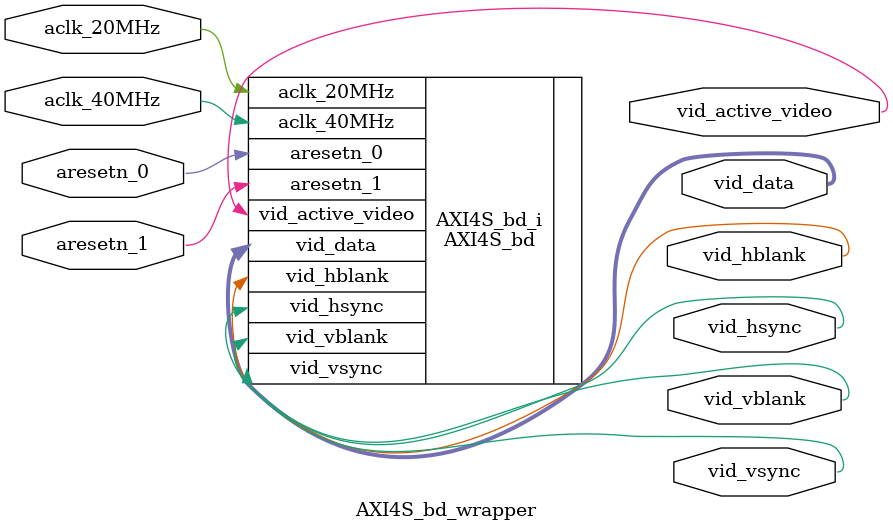
<source format=v>
`timescale 1 ps / 1 ps

module AXI4S_bd_wrapper
   (aclk_20MHz,
    aclk_40MHz,
    aresetn_0,
    aresetn_1,
    vid_active_video,
    vid_data,
    vid_hblank,
    vid_hsync,
    vid_vblank,
    vid_vsync);
  input aclk_20MHz;
  input aclk_40MHz;
  input aresetn_0;
  input aresetn_1;
  output vid_active_video;
  output [15:0]vid_data;
  output vid_hblank;
  output vid_hsync;
  output vid_vblank;
  output vid_vsync;

  wire aclk_20MHz;
  wire aclk_40MHz;
  wire aresetn_0;
  wire aresetn_1;
  wire vid_active_video;
  wire [15:0]vid_data;
  wire vid_hblank;
  wire vid_hsync;
  wire vid_vblank;
  wire vid_vsync;

  AXI4S_bd AXI4S_bd_i
       (.aclk_20MHz(aclk_20MHz),
        .aclk_40MHz(aclk_40MHz),
        .aresetn_0(aresetn_0),
        .aresetn_1(aresetn_1),
        .vid_active_video(vid_active_video),
        .vid_data(vid_data),
        .vid_hblank(vid_hblank),
        .vid_hsync(vid_hsync),
        .vid_vblank(vid_vblank),
        .vid_vsync(vid_vsync));
endmodule

</source>
